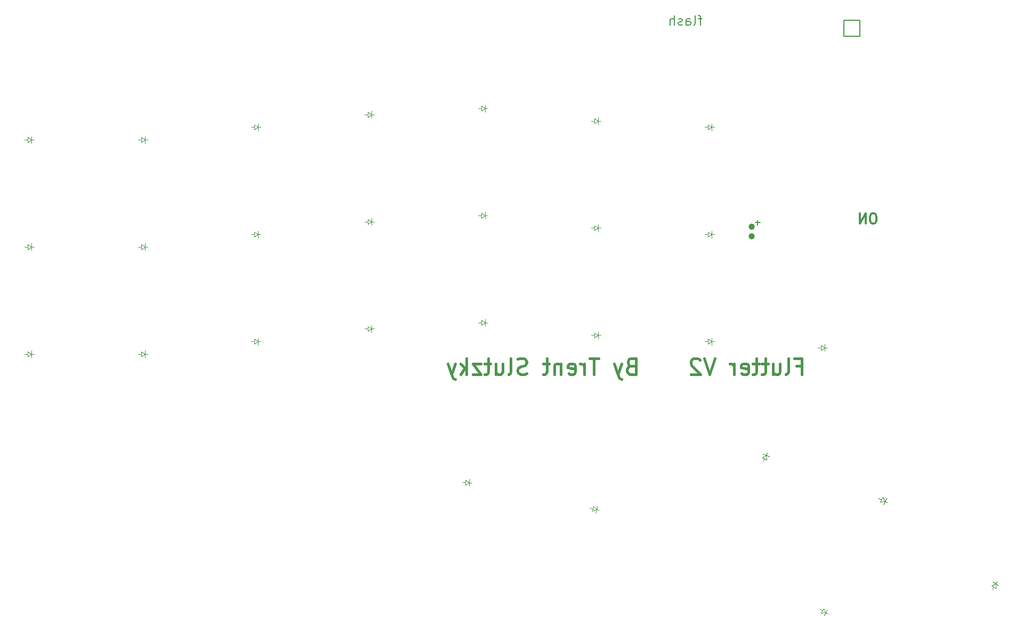
<source format=gbr>
%TF.GenerationSoftware,KiCad,Pcbnew,6.0.7*%
%TF.CreationDate,2022-09-18T19:07:01-04:00*%
%TF.ProjectId,flutter_v2_wren,666c7574-7465-4725-9f76-325f7772656e,v1.0.0*%
%TF.SameCoordinates,Original*%
%TF.FileFunction,Legend,Bot*%
%TF.FilePolarity,Positive*%
%FSLAX46Y46*%
G04 Gerber Fmt 4.6, Leading zero omitted, Abs format (unit mm)*
G04 Created by KiCad (PCBNEW 6.0.7) date 2022-09-18 19:07:01*
%MOMM*%
%LPD*%
G01*
G04 APERTURE LIST*
%ADD10C,0.150000*%
%ADD11C,0.200000*%
%ADD12C,0.300000*%
%ADD13C,0.400000*%
%ADD14C,0.100000*%
%ADD15C,1.000000*%
G04 APERTURE END LIST*
D10*
X121296708Y13854107D02*
X122058613Y13854107D01*
X121677661Y13473155D02*
X121677661Y14235059D01*
D11*
X112820518Y46246964D02*
X112249089Y46246964D01*
X112606232Y45246964D02*
X112606232Y46532678D01*
X112534803Y46675536D01*
X112391946Y46746964D01*
X112249089Y46746964D01*
X111534803Y45246964D02*
X111677661Y45318393D01*
X111749089Y45461250D01*
X111749089Y46746964D01*
X110320518Y45246964D02*
X110320518Y46032678D01*
X110391946Y46175536D01*
X110534803Y46246964D01*
X110820518Y46246964D01*
X110963375Y46175536D01*
X110320518Y45318393D02*
X110463375Y45246964D01*
X110820518Y45246964D01*
X110963375Y45318393D01*
X111034803Y45461250D01*
X111034803Y45604107D01*
X110963375Y45746964D01*
X110820518Y45818393D01*
X110463375Y45818393D01*
X110320518Y45889821D01*
X109677661Y45318393D02*
X109534803Y45246964D01*
X109249089Y45246964D01*
X109106232Y45318393D01*
X109034803Y45461250D01*
X109034803Y45532678D01*
X109106232Y45675536D01*
X109249089Y45746964D01*
X109463375Y45746964D01*
X109606232Y45818393D01*
X109677661Y45961250D01*
X109677661Y46032678D01*
X109606232Y46175536D01*
X109463375Y46246964D01*
X109249089Y46246964D01*
X109106232Y46175536D01*
X108391946Y45246964D02*
X108391946Y46746964D01*
X107749089Y45246964D02*
X107749089Y46032678D01*
X107820518Y46175536D01*
X107963375Y46246964D01*
X108177661Y46246964D01*
X108320518Y46175536D01*
X108391946Y46104107D01*
D12*
X140168137Y15301726D02*
X139863375Y15301726D01*
X139710994Y15225536D01*
X139558613Y15073155D01*
X139482422Y14768393D01*
X139482422Y14235059D01*
X139558613Y13930297D01*
X139710994Y13777916D01*
X139863375Y13701726D01*
X140168137Y13701726D01*
X140320518Y13777916D01*
X140472899Y13930297D01*
X140549089Y14235059D01*
X140549089Y14768393D01*
X140472899Y15073155D01*
X140320518Y15225536D01*
X140168137Y15301726D01*
X138796708Y13701726D02*
X138796708Y15301726D01*
X137882422Y13701726D01*
X137882422Y15301726D01*
D13*
X127820518Y-8895892D02*
X128653851Y-8895892D01*
X128653851Y-10205416D02*
X128653851Y-7705416D01*
X127463375Y-7705416D01*
X126153851Y-10205416D02*
X126391946Y-10086368D01*
X126510994Y-9848273D01*
X126510994Y-7705416D01*
X124130041Y-8538749D02*
X124130041Y-10205416D01*
X125201470Y-8538749D02*
X125201470Y-9848273D01*
X125082422Y-10086368D01*
X124844327Y-10205416D01*
X124487184Y-10205416D01*
X124249089Y-10086368D01*
X124130041Y-9967321D01*
X123296708Y-8538749D02*
X122344327Y-8538749D01*
X122939565Y-7705416D02*
X122939565Y-9848273D01*
X122820518Y-10086368D01*
X122582422Y-10205416D01*
X122344327Y-10205416D01*
X121868137Y-8538749D02*
X120915756Y-8538749D01*
X121510994Y-7705416D02*
X121510994Y-9848273D01*
X121391946Y-10086368D01*
X121153851Y-10205416D01*
X120915756Y-10205416D01*
X119130041Y-10086368D02*
X119368137Y-10205416D01*
X119844327Y-10205416D01*
X120082422Y-10086368D01*
X120201470Y-9848273D01*
X120201470Y-8895892D01*
X120082422Y-8657797D01*
X119844327Y-8538749D01*
X119368137Y-8538749D01*
X119130041Y-8657797D01*
X119010994Y-8895892D01*
X119010994Y-9133987D01*
X120201470Y-9372083D01*
X117939565Y-10205416D02*
X117939565Y-8538749D01*
X117939565Y-9014940D02*
X117820518Y-8776844D01*
X117701470Y-8657797D01*
X117463375Y-8538749D01*
X117225280Y-8538749D01*
X114844327Y-7705416D02*
X114010994Y-10205416D01*
X113177661Y-7705416D01*
X112463375Y-7943511D02*
X112344327Y-7824464D01*
X112106232Y-7705416D01*
X111510994Y-7705416D01*
X111272899Y-7824464D01*
X111153851Y-7943511D01*
X111034803Y-8181606D01*
X111034803Y-8419702D01*
X111153851Y-8776844D01*
X112582422Y-10205416D01*
X111034803Y-10205416D01*
X101510994Y-8895892D02*
X101153851Y-9014940D01*
X101034803Y-9133987D01*
X100915756Y-9372083D01*
X100915756Y-9729225D01*
X101034803Y-9967321D01*
X101153851Y-10086368D01*
X101391946Y-10205416D01*
X102344327Y-10205416D01*
X102344327Y-7705416D01*
X101510994Y-7705416D01*
X101272899Y-7824464D01*
X101153851Y-7943511D01*
X101034803Y-8181606D01*
X101034803Y-8419702D01*
X101153851Y-8657797D01*
X101272899Y-8776844D01*
X101510994Y-8895892D01*
X102344327Y-8895892D01*
X100082422Y-8538749D02*
X99487184Y-10205416D01*
X98891946Y-8538749D02*
X99487184Y-10205416D01*
X99725280Y-10800654D01*
X99844327Y-10919702D01*
X100082422Y-11038749D01*
X96391946Y-7705416D02*
X94963375Y-7705416D01*
X95677661Y-10205416D02*
X95677661Y-7705416D01*
X94130041Y-10205416D02*
X94130041Y-8538749D01*
X94130041Y-9014940D02*
X94010994Y-8776844D01*
X93891946Y-8657797D01*
X93653851Y-8538749D01*
X93415756Y-8538749D01*
X91630041Y-10086368D02*
X91868137Y-10205416D01*
X92344327Y-10205416D01*
X92582422Y-10086368D01*
X92701470Y-9848273D01*
X92701470Y-8895892D01*
X92582422Y-8657797D01*
X92344327Y-8538749D01*
X91868137Y-8538749D01*
X91630041Y-8657797D01*
X91510994Y-8895892D01*
X91510994Y-9133987D01*
X92701470Y-9372083D01*
X90439565Y-8538749D02*
X90439565Y-10205416D01*
X90439565Y-8776844D02*
X90320518Y-8657797D01*
X90082422Y-8538749D01*
X89725280Y-8538749D01*
X89487184Y-8657797D01*
X89368137Y-8895892D01*
X89368137Y-10205416D01*
X88534803Y-8538749D02*
X87582422Y-8538749D01*
X88177661Y-7705416D02*
X88177661Y-9848273D01*
X88058613Y-10086368D01*
X87820518Y-10205416D01*
X87582422Y-10205416D01*
X84963375Y-10086368D02*
X84606232Y-10205416D01*
X84010994Y-10205416D01*
X83772899Y-10086368D01*
X83653851Y-9967321D01*
X83534803Y-9729225D01*
X83534803Y-9491130D01*
X83653851Y-9253035D01*
X83772899Y-9133987D01*
X84010994Y-9014940D01*
X84487184Y-8895892D01*
X84725280Y-8776844D01*
X84844327Y-8657797D01*
X84963375Y-8419702D01*
X84963375Y-8181606D01*
X84844327Y-7943511D01*
X84725280Y-7824464D01*
X84487184Y-7705416D01*
X83891946Y-7705416D01*
X83534803Y-7824464D01*
X82106232Y-10205416D02*
X82344327Y-10086368D01*
X82463375Y-9848273D01*
X82463375Y-7705416D01*
X80082422Y-8538749D02*
X80082422Y-10205416D01*
X81153851Y-8538749D02*
X81153851Y-9848273D01*
X81034803Y-10086368D01*
X80796708Y-10205416D01*
X80439565Y-10205416D01*
X80201470Y-10086368D01*
X80082422Y-9967321D01*
X79249089Y-8538749D02*
X78296708Y-8538749D01*
X78891946Y-7705416D02*
X78891946Y-9848273D01*
X78772899Y-10086368D01*
X78534803Y-10205416D01*
X78296708Y-10205416D01*
X77701470Y-8538749D02*
X76391946Y-8538749D01*
X77701470Y-10205416D01*
X76391946Y-10205416D01*
X75439565Y-10205416D02*
X75439565Y-7705416D01*
X75201470Y-9253035D02*
X74487184Y-10205416D01*
X74487184Y-8538749D02*
X75439565Y-9491130D01*
X73653851Y-8538749D02*
X73058613Y-10205416D01*
X72463375Y-8538749D02*
X73058613Y-10205416D01*
X73296708Y-10800654D01*
X73415756Y-10919702D01*
X73653851Y-11038749D01*
D14*
%TO.C,D1*%
X6350000Y-7000000D02*
X6350000Y-7550000D01*
X5750000Y-7000000D02*
X5250000Y-7000000D01*
X6750000Y-7000000D02*
X6350000Y-7000000D01*
X5750000Y-6600000D02*
X6350000Y-7000000D01*
X6350000Y-7000000D02*
X6350000Y-6450000D01*
X6350000Y-7000000D02*
X5750000Y-7400000D01*
X5750000Y-7400000D02*
X5750000Y-6600000D01*
%TO.C,D2*%
X5750000Y10000000D02*
X5250000Y10000000D01*
X5750000Y9600000D02*
X5750000Y10400000D01*
X6350000Y10000000D02*
X6350000Y10550000D01*
X5750000Y10400000D02*
X6350000Y10000000D01*
X6750000Y10000000D02*
X6350000Y10000000D01*
X6350000Y10000000D02*
X5750000Y9600000D01*
X6350000Y10000000D02*
X6350000Y9450000D01*
%TO.C,D3*%
X5750000Y26600000D02*
X5750000Y27400000D01*
X6350000Y27000000D02*
X6350000Y26450000D01*
X6350000Y27000000D02*
X5750000Y26600000D01*
X5750000Y27400000D02*
X6350000Y27000000D01*
X6750000Y27000000D02*
X6350000Y27000000D01*
X5750000Y27000000D02*
X5250000Y27000000D01*
X6350000Y27000000D02*
X6350000Y27550000D01*
%TO.C,D24*%
X141148169Y-30459491D02*
X141523747Y-29753133D01*
X141865727Y-30387995D02*
X142123936Y-29902374D01*
X141335958Y-30106312D02*
X140894484Y-29871576D01*
X142218906Y-30575784D02*
X141865727Y-30387995D01*
X141865727Y-30387995D02*
X141148169Y-30459491D01*
X141523747Y-29753133D02*
X141865727Y-30387995D01*
X141865727Y-30387995D02*
X141607517Y-30873616D01*
%TO.C,D23*%
X132476295Y-48046947D02*
X131758737Y-48118443D01*
X131758737Y-48118443D02*
X132134315Y-47412085D01*
X132829474Y-48234736D02*
X132476295Y-48046947D01*
X132476295Y-48046947D02*
X132734504Y-47561326D01*
X132476295Y-48046947D02*
X132218085Y-48532568D01*
X131946526Y-47765264D02*
X131505052Y-47530528D01*
X132134315Y-47412085D02*
X132476295Y-48046947D01*
%TO.C,D17*%
X95750000Y12600000D02*
X95750000Y13400000D01*
X96350000Y13000000D02*
X95750000Y12600000D01*
X96750000Y13000000D02*
X96350000Y13000000D01*
X95750000Y13000000D02*
X95250000Y13000000D01*
X96350000Y13000000D02*
X96350000Y13550000D01*
X95750000Y13400000D02*
X96350000Y13000000D01*
X96350000Y13000000D02*
X96350000Y12450000D01*
%TO.C,D11*%
X60350000Y14000000D02*
X60350000Y13450000D01*
X59750000Y14000000D02*
X59250000Y14000000D01*
X59750000Y13600000D02*
X59750000Y14400000D01*
X60350000Y14000000D02*
X59750000Y13600000D01*
X60350000Y14000000D02*
X60350000Y14550000D01*
X60750000Y14000000D02*
X60350000Y14000000D01*
X59750000Y14400000D02*
X60350000Y14000000D01*
%TO.C,D19*%
X114350000Y-5000000D02*
X114350000Y-5550000D01*
X114350000Y-5000000D02*
X113750000Y-5400000D01*
X113750000Y-4600000D02*
X114350000Y-5000000D01*
X113750000Y-5000000D02*
X113250000Y-5000000D01*
X114750000Y-5000000D02*
X114350000Y-5000000D01*
X113750000Y-5400000D02*
X113750000Y-4600000D01*
X114350000Y-5000000D02*
X114350000Y-4450000D01*
%TO.C,D20*%
X114350000Y12000000D02*
X113750000Y11600000D01*
X113750000Y12400000D02*
X114350000Y12000000D01*
X114350000Y12000000D02*
X114350000Y11450000D01*
X113750000Y11600000D02*
X113750000Y12400000D01*
X113750000Y12000000D02*
X113250000Y12000000D01*
X114750000Y12000000D02*
X114350000Y12000000D01*
X114350000Y12000000D02*
X114350000Y12550000D01*
%TO.C,D18*%
X96350000Y30000000D02*
X96350000Y30550000D01*
X95750000Y30400000D02*
X96350000Y30000000D01*
X96350000Y30000000D02*
X95750000Y29600000D01*
X96750000Y30000000D02*
X96350000Y30000000D01*
X95750000Y30000000D02*
X95250000Y30000000D01*
X96350000Y30000000D02*
X96350000Y29450000D01*
X95750000Y29600000D02*
X95750000Y30400000D01*
%TO.C,D10*%
X60350000Y-3000000D02*
X60350000Y-3550000D01*
X60350000Y-3000000D02*
X59750000Y-3400000D01*
X59750000Y-3000000D02*
X59250000Y-3000000D01*
X60350000Y-3000000D02*
X60350000Y-2450000D01*
X59750000Y-3400000D02*
X59750000Y-2600000D01*
X59750000Y-2600000D02*
X60350000Y-3000000D01*
X60750000Y-3000000D02*
X60350000Y-3000000D01*
%TO.C,D13*%
X78350000Y-2000000D02*
X78350000Y-1450000D01*
X77750000Y-2000000D02*
X77250000Y-2000000D01*
X78350000Y-2000000D02*
X78350000Y-2550000D01*
X78750000Y-2000000D02*
X78350000Y-2000000D01*
X77750000Y-2400000D02*
X77750000Y-1600000D01*
X77750000Y-1600000D02*
X78350000Y-2000000D01*
X78350000Y-2000000D02*
X77750000Y-2400000D01*
%TO.C,D15*%
X77750000Y31600000D02*
X77750000Y32400000D01*
X77750000Y32000000D02*
X77250000Y32000000D01*
X78750000Y32000000D02*
X78350000Y32000000D01*
X78350000Y32000000D02*
X78350000Y32550000D01*
X77750000Y32400000D02*
X78350000Y32000000D01*
X78350000Y32000000D02*
X77750000Y31600000D01*
X78350000Y32000000D02*
X78350000Y31450000D01*
%TO.C,D26*%
X131750000Y-6000000D02*
X131250000Y-6000000D01*
X132350000Y-6000000D02*
X132350000Y-5450000D01*
X132750000Y-6000000D02*
X132350000Y-6000000D01*
X131750000Y-6400000D02*
X131750000Y-5600000D01*
X131750000Y-5600000D02*
X132350000Y-6000000D01*
X132350000Y-6000000D02*
X131750000Y-6400000D01*
X132350000Y-6000000D02*
X132350000Y-6550000D01*
%TO.C,D4*%
X23750000Y-6600000D02*
X24350000Y-7000000D01*
X24350000Y-7000000D02*
X23750000Y-7400000D01*
X24750000Y-7000000D02*
X24350000Y-7000000D01*
X23750000Y-7000000D02*
X23250000Y-7000000D01*
X24350000Y-7000000D02*
X24350000Y-7550000D01*
X24350000Y-7000000D02*
X24350000Y-6450000D01*
X23750000Y-7400000D02*
X23750000Y-6600000D01*
%TO.C,D7*%
X42350000Y-5000000D02*
X42350000Y-5550000D01*
X41750000Y-5000000D02*
X41250000Y-5000000D01*
X41750000Y-5400000D02*
X41750000Y-4600000D01*
X41750000Y-4600000D02*
X42350000Y-5000000D01*
X42350000Y-5000000D02*
X41750000Y-5400000D01*
X42750000Y-5000000D02*
X42350000Y-5000000D01*
X42350000Y-5000000D02*
X42350000Y-4450000D01*
%TO.C,D16*%
X95750000Y-3600000D02*
X96350000Y-4000000D01*
X95750000Y-4000000D02*
X95250000Y-4000000D01*
X96350000Y-4000000D02*
X96350000Y-3450000D01*
X95750000Y-4400000D02*
X95750000Y-3600000D01*
X96350000Y-4000000D02*
X95750000Y-4400000D01*
X96750000Y-4000000D02*
X96350000Y-4000000D01*
X96350000Y-4000000D02*
X96350000Y-4550000D01*
%TO.C,D8*%
X41750000Y12400000D02*
X42350000Y12000000D01*
X42350000Y12000000D02*
X42350000Y12550000D01*
X42350000Y12000000D02*
X41750000Y11600000D01*
X41750000Y11600000D02*
X41750000Y12400000D01*
X41750000Y12000000D02*
X41250000Y12000000D01*
X42350000Y12000000D02*
X42350000Y11450000D01*
X42750000Y12000000D02*
X42350000Y12000000D01*
%TO.C,D22*%
X122977596Y-23046143D02*
X122475146Y-22822438D01*
X123140290Y-22680725D02*
X122977596Y-23046143D01*
X122977596Y-23046143D02*
X123098972Y-23756965D01*
X122368136Y-23431576D02*
X122977596Y-23046143D01*
X122733554Y-23594270D02*
X122530186Y-24051043D01*
X122977596Y-23046143D02*
X123480046Y-23269848D01*
X123098972Y-23756965D02*
X122368136Y-23431576D01*
%TO.C,D27*%
X75846236Y-27425902D02*
X75219795Y-27783074D01*
X75219795Y-27783074D02*
X75275601Y-26985022D01*
X75275601Y-26985022D02*
X75846236Y-27425902D01*
X75846236Y-27425902D02*
X75807870Y-27974562D01*
X75247698Y-27384048D02*
X74748916Y-27349170D01*
X75846236Y-27425902D02*
X75884602Y-26877242D01*
X76245262Y-27453804D02*
X75846236Y-27425902D01*
%TO.C,D25*%
X159136559Y-43967664D02*
X158864240Y-44386999D01*
X159463343Y-43464461D02*
X159924611Y-43764013D01*
X159463343Y-43464461D02*
X159472027Y-44185519D01*
X158801091Y-43749808D02*
X159463343Y-43464461D01*
X159463343Y-43464461D02*
X159002074Y-43164910D01*
X159681198Y-43128993D02*
X159463343Y-43464461D01*
X159472027Y-44185519D02*
X158801091Y-43749808D01*
%TO.C,D28*%
X96429379Y-31782346D02*
X96040431Y-31688968D01*
X96040431Y-31688968D02*
X95363631Y-31937849D01*
X95550388Y-31159953D02*
X96040431Y-31688968D01*
X95457010Y-31548901D02*
X94970825Y-31432178D01*
X96040431Y-31688968D02*
X96168826Y-31154164D01*
X96040431Y-31688968D02*
X95912037Y-32223771D01*
X95363631Y-31937849D02*
X95550388Y-31159953D01*
%TO.C,D21*%
X114350000Y29000000D02*
X114350000Y28450000D01*
X114350000Y29000000D02*
X113750000Y28600000D01*
X113750000Y28600000D02*
X113750000Y29400000D01*
X114350000Y29000000D02*
X114350000Y29550000D01*
X113750000Y29400000D02*
X114350000Y29000000D01*
X114750000Y29000000D02*
X114350000Y29000000D01*
X113750000Y29000000D02*
X113250000Y29000000D01*
%TO.C,D9*%
X41750000Y29400000D02*
X42350000Y29000000D01*
X42350000Y29000000D02*
X42350000Y29550000D01*
X42350000Y29000000D02*
X41750000Y28600000D01*
X42350000Y29000000D02*
X42350000Y28450000D01*
X41750000Y28600000D02*
X41750000Y29400000D01*
X42750000Y29000000D02*
X42350000Y29000000D01*
X41750000Y29000000D02*
X41250000Y29000000D01*
%TO.C,D12*%
X59750000Y31400000D02*
X60350000Y31000000D01*
X60350000Y31000000D02*
X59750000Y30600000D01*
X59750000Y31000000D02*
X59250000Y31000000D01*
X60350000Y31000000D02*
X60350000Y30450000D01*
X60350000Y31000000D02*
X60350000Y31550000D01*
X60750000Y31000000D02*
X60350000Y31000000D01*
X59750000Y30600000D02*
X59750000Y31400000D01*
%TO.C,D5*%
X24350000Y10000000D02*
X24350000Y10550000D01*
X23750000Y10400000D02*
X24350000Y10000000D01*
X24750000Y10000000D02*
X24350000Y10000000D01*
X24350000Y10000000D02*
X23750000Y9600000D01*
X23750000Y10000000D02*
X23250000Y10000000D01*
X23750000Y9600000D02*
X23750000Y10400000D01*
X24350000Y10000000D02*
X24350000Y9450000D01*
D10*
%TO.C,MCU1*%
X135350000Y45990000D02*
X135350000Y43450000D01*
X135350000Y45990000D02*
X137890000Y45990000D01*
X137890000Y43450000D02*
X137890000Y45990000D01*
X135350000Y43450000D02*
X137890000Y43450000D01*
D14*
%TO.C,D14*%
X78750000Y15000000D02*
X78350000Y15000000D01*
X77750000Y15000000D02*
X77250000Y15000000D01*
X77750000Y15400000D02*
X78350000Y15000000D01*
X77750000Y14600000D02*
X77750000Y15400000D01*
X78350000Y15000000D02*
X78350000Y15550000D01*
X78350000Y15000000D02*
X78350000Y14450000D01*
X78350000Y15000000D02*
X77750000Y14600000D01*
%TO.C,D6*%
X24350000Y27000000D02*
X23750000Y26600000D01*
X23750000Y26600000D02*
X23750000Y27400000D01*
X23750000Y27400000D02*
X24350000Y27000000D01*
X24750000Y27000000D02*
X24350000Y27000000D01*
X24350000Y27000000D02*
X24350000Y26450000D01*
X23750000Y27000000D02*
X23250000Y27000000D01*
X24350000Y27000000D02*
X24350000Y27550000D01*
%TD*%
D15*
%TO.C,*%
X120677661Y13175536D03*
X120677661Y11675536D03*
%TD*%
M02*

</source>
